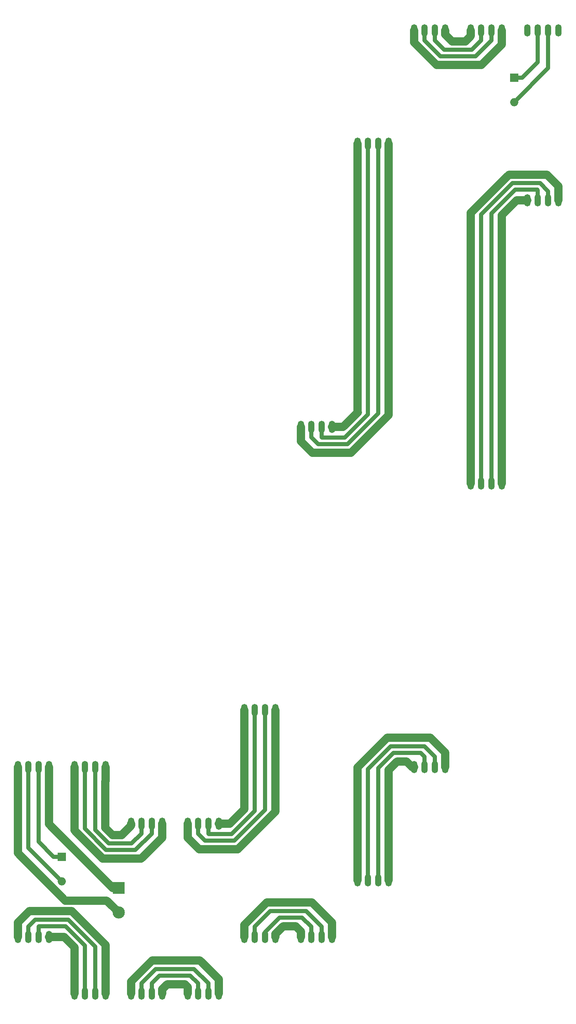
<source format=gbr>
G04 #@! TF.FileFunction,Copper,L2,Bot,Signal*
%FSLAX46Y46*%
G04 Gerber Fmt 4.6, Leading zero omitted, Abs format (unit mm)*
G04 Created by KiCad (PCBNEW 4.0.6) date Mon Jul 10 19:19:49 2017*
%MOMM*%
%LPD*%
G01*
G04 APERTURE LIST*
%ADD10C,0.100000*%
%ADD11O,1.524000X3.000000*%
%ADD12R,2.000000X2.000000*%
%ADD13O,2.000000X2.000000*%
%ADD14R,3.000000X3.000000*%
%ADD15O,3.000000X3.000000*%
%ADD16C,2.000000*%
%ADD17C,1.000000*%
G04 APERTURE END LIST*
D10*
D11*
X42840700Y-205313100D03*
X40300700Y-205313100D03*
X37760700Y-205313100D03*
X35220700Y-205313100D03*
X42840700Y-246979700D03*
X40300700Y-246979700D03*
X37760700Y-246979700D03*
X35220700Y-246979700D03*
X49109600Y-260868700D03*
X51649600Y-260868700D03*
X54189600Y-260868700D03*
X56729600Y-260868700D03*
X49109600Y-205313100D03*
X51649600Y-205313100D03*
X54189600Y-205313100D03*
X56729600Y-205313100D03*
X70618400Y-219202000D03*
X68078400Y-219202000D03*
X65538400Y-219202000D03*
X62998400Y-219202000D03*
X70618400Y-260868600D03*
X68078400Y-260868600D03*
X65538400Y-260868600D03*
X62998400Y-260868600D03*
X76887300Y-260868600D03*
X79427300Y-260868600D03*
X81967300Y-260868600D03*
X84507300Y-260868600D03*
X76887300Y-219202000D03*
X79427300Y-219202000D03*
X81967300Y-219202000D03*
X84507300Y-219202000D03*
X98396200Y-191424200D03*
X95856200Y-191424200D03*
X93316200Y-191424200D03*
X90776200Y-191424200D03*
X98396200Y-246979800D03*
X95856200Y-246979800D03*
X93316200Y-246979800D03*
X90776200Y-246979800D03*
X104665100Y-246979800D03*
X107205100Y-246979800D03*
X109745100Y-246979800D03*
X112285100Y-246979800D03*
X104665100Y-121979800D03*
X107205100Y-121979800D03*
X109745100Y-121979800D03*
X112285100Y-121979800D03*
X126174000Y-52535300D03*
X123634000Y-52535300D03*
X121094000Y-52535300D03*
X118554000Y-52535300D03*
X126174000Y-233090900D03*
X123634000Y-233090900D03*
X121094000Y-233090900D03*
X118554000Y-233090900D03*
X132442900Y-205313100D03*
X134982900Y-205313100D03*
X137522900Y-205313100D03*
X140062900Y-205313100D03*
X132442900Y-24757500D03*
X134982900Y-24757500D03*
X137522900Y-24757500D03*
X140062900Y-24757500D03*
X153951800Y-24757500D03*
X151411800Y-24757500D03*
X148871800Y-24757500D03*
X146331800Y-24757500D03*
X153951800Y-135868700D03*
X151411800Y-135868700D03*
X148871800Y-135868700D03*
X146331800Y-135868700D03*
X160220700Y-66424200D03*
X162760700Y-66424200D03*
X165300700Y-66424200D03*
X167840700Y-66424200D03*
X160220700Y-24757600D03*
X162760700Y-24757600D03*
X165300700Y-24757600D03*
X167840700Y-24757600D03*
D12*
X156972000Y-36322000D03*
D13*
X156972000Y-42354000D03*
D12*
X45974000Y-227330000D03*
D13*
X45974000Y-233362000D03*
D14*
X59944000Y-234950000D03*
D15*
X59944000Y-240982000D03*
D16*
X35220700Y-205313100D02*
X35220700Y-226456702D01*
X35220700Y-226456702D02*
X46843659Y-238079661D01*
X46843659Y-238079661D02*
X57041661Y-238079661D01*
X57041661Y-238079661D02*
X58444001Y-239482001D01*
X58444001Y-239482001D02*
X59944000Y-240982000D01*
X42840700Y-205313100D02*
X42840700Y-219316698D01*
X42840700Y-219316698D02*
X58474002Y-234950000D01*
X58474002Y-234950000D02*
X59944000Y-234950000D01*
X46573700Y-246979700D02*
X49109600Y-249515600D01*
X49109600Y-249515600D02*
X49109600Y-260868700D01*
X42840700Y-246979700D02*
X46573700Y-246979700D01*
D17*
X51649600Y-260868700D02*
X51649600Y-249085738D01*
X51649600Y-249085738D02*
X46943552Y-244379690D01*
X40400710Y-244379690D02*
X40300700Y-244479700D01*
X46943552Y-244379690D02*
X40400710Y-244379690D01*
X40300700Y-244479700D02*
X40300700Y-246979700D01*
X37760700Y-246979700D02*
X37760700Y-244479700D01*
X37760700Y-244479700D02*
X39460720Y-242779680D01*
X47606297Y-242779680D02*
X54189600Y-249362983D01*
X39460720Y-242779680D02*
X47606297Y-242779680D01*
X54189600Y-249362983D02*
X54189600Y-258368700D01*
X54189600Y-258368700D02*
X54189600Y-260868700D01*
D16*
X56729600Y-260868700D02*
X56729600Y-248933121D01*
X56729600Y-248933121D02*
X48476150Y-240679671D01*
X48476150Y-240679671D02*
X38020729Y-240679671D01*
X38020729Y-240679671D02*
X35220700Y-243479700D01*
X35220700Y-243479700D02*
X35220700Y-246979700D01*
X49109600Y-205313100D02*
X49109600Y-220888079D01*
X49109600Y-220888079D02*
X56017550Y-227796029D01*
X65524371Y-227796029D02*
X70618400Y-222702000D01*
X56017550Y-227796029D02*
X65524371Y-227796029D01*
X70618400Y-222702000D02*
X70618400Y-219202000D01*
D17*
X68078400Y-219202000D02*
X68078400Y-221702000D01*
X68078400Y-221702000D02*
X64084380Y-225696020D01*
X64084380Y-225696020D02*
X56887403Y-225696020D01*
X56887403Y-225696020D02*
X51649600Y-220458217D01*
X51649600Y-220458217D02*
X51649600Y-207813100D01*
X51649600Y-207813100D02*
X51649600Y-205313100D01*
X54189600Y-205313100D02*
X54189600Y-220735462D01*
X54189600Y-220735462D02*
X57550148Y-224096010D01*
X57550148Y-224096010D02*
X63144390Y-224096010D01*
X63144390Y-224096010D02*
X65538400Y-221702000D01*
X65538400Y-221702000D02*
X65538400Y-219202000D01*
D16*
X60706000Y-221996000D02*
X62998400Y-219703600D01*
X62998400Y-219703600D02*
X62998400Y-219202000D01*
X58420000Y-221996000D02*
X60706000Y-221996000D01*
X56642000Y-220218000D02*
X58420000Y-221996000D01*
X56642000Y-208900700D02*
X56642000Y-220218000D01*
X56729600Y-205313100D02*
X56729600Y-208813100D01*
X56729600Y-208813100D02*
X56642000Y-208900700D01*
X70618400Y-260868600D02*
X70618400Y-259835600D01*
X70618400Y-259835600D02*
X71882000Y-258572000D01*
X71882000Y-258572000D02*
X76200000Y-258572000D01*
X76200000Y-258572000D02*
X76887300Y-259259300D01*
X76887300Y-259259300D02*
X76887300Y-260868600D01*
D17*
X68078400Y-260868600D02*
X68078400Y-258368600D01*
X68078400Y-258368600D02*
X69975009Y-256471991D01*
X69975009Y-256471991D02*
X77530691Y-256471991D01*
X77530691Y-256471991D02*
X79427300Y-258368600D01*
X79427300Y-258368600D02*
X79427300Y-260868600D01*
X81967300Y-260868600D02*
X81967300Y-258368600D01*
X69035019Y-254871981D02*
X65538400Y-258368600D01*
X81967300Y-258368600D02*
X78470681Y-254871981D01*
X78470681Y-254871981D02*
X69035019Y-254871981D01*
X65538400Y-258368600D02*
X65538400Y-260868600D01*
D16*
X62998400Y-260868600D02*
X62998400Y-257938738D01*
X84507300Y-257368600D02*
X84507300Y-260868600D01*
X62998400Y-257938738D02*
X68165166Y-252771972D01*
X68165166Y-252771972D02*
X79910672Y-252771972D01*
X79910672Y-252771972D02*
X84507300Y-257368600D01*
X98396200Y-191424200D02*
X98396200Y-216277579D01*
X98396200Y-216277579D02*
X89171750Y-225502029D01*
X89171750Y-225502029D02*
X79687329Y-225502029D01*
X79687329Y-225502029D02*
X76887300Y-222702000D01*
X76887300Y-222702000D02*
X76887300Y-219202000D01*
D17*
X79427300Y-219202000D02*
X79427300Y-221702000D01*
X95856200Y-215847717D02*
X95856200Y-193924200D01*
X79427300Y-221702000D02*
X81127320Y-223402020D01*
X81127320Y-223402020D02*
X88301897Y-223402020D01*
X95856200Y-193924200D02*
X95856200Y-191424200D01*
X88301897Y-223402020D02*
X95856200Y-215847717D01*
X93316200Y-191424200D02*
X93316200Y-216124962D01*
X93316200Y-216124962D02*
X87639152Y-221802010D01*
X87639152Y-221802010D02*
X82067310Y-221802010D01*
X82067310Y-221802010D02*
X81967300Y-221702000D01*
X81967300Y-221702000D02*
X81967300Y-219202000D01*
D16*
X84507300Y-219202000D02*
X87269300Y-219202000D01*
X87269300Y-219202000D02*
X90776200Y-215695100D01*
X90776200Y-215695100D02*
X90776200Y-191424200D01*
X103378000Y-244348000D02*
X104665100Y-245635100D01*
X104665100Y-245635100D02*
X104665100Y-246979800D01*
X100330000Y-244348000D02*
X103378000Y-244348000D01*
X98396200Y-246281800D02*
X100330000Y-244348000D01*
X98396200Y-246979800D02*
X98396200Y-246281800D01*
D17*
X95856200Y-246979800D02*
X95856200Y-245851938D01*
X95856200Y-245851938D02*
X99460147Y-242247991D01*
X99460147Y-242247991D02*
X104973291Y-242247991D01*
X104973291Y-242247991D02*
X107205100Y-244479800D01*
X107205100Y-244479800D02*
X107205100Y-246979800D01*
X109745100Y-246979800D02*
X109745100Y-244479800D01*
X93316200Y-244479800D02*
X93316200Y-246979800D01*
X109745100Y-244479800D02*
X105913281Y-240647981D01*
X105913281Y-240647981D02*
X97148019Y-240647981D01*
X97148019Y-240647981D02*
X93316200Y-244479800D01*
D16*
X90776200Y-246979800D02*
X90776200Y-244049938D01*
X90776200Y-244049938D02*
X96278166Y-238547972D01*
X96278166Y-238547972D02*
X107353272Y-238547972D01*
X107353272Y-238547972D02*
X112285100Y-243479800D01*
X112285100Y-243479800D02*
X112285100Y-246979800D01*
X126174000Y-52535300D02*
X126174000Y-119055379D01*
X126174000Y-119055379D02*
X116949550Y-128279829D01*
X116949550Y-128279829D02*
X107465129Y-128279829D01*
X107465129Y-128279829D02*
X104665100Y-125479800D01*
X104665100Y-125479800D02*
X104665100Y-121979800D01*
D17*
X107205100Y-121979800D02*
X107205100Y-124479800D01*
X107205100Y-124479800D02*
X108905120Y-126179820D01*
X108905120Y-126179820D02*
X116079697Y-126179820D01*
X116079697Y-126179820D02*
X123634000Y-118625517D01*
X123634000Y-118625517D02*
X123634000Y-55035300D01*
X123634000Y-55035300D02*
X123634000Y-52535300D01*
X121094000Y-52535300D02*
X121094000Y-118902762D01*
X121094000Y-118902762D02*
X115416952Y-124579810D01*
X115416952Y-124579810D02*
X109845110Y-124579810D01*
X109845110Y-124579810D02*
X109745100Y-124479800D01*
X109745100Y-124479800D02*
X109745100Y-121979800D01*
D16*
X118618000Y-118408900D02*
X118554000Y-118344900D01*
X118554000Y-118344900D02*
X118554000Y-52535300D01*
X112285100Y-121979800D02*
X115047100Y-121979800D01*
X115047100Y-121979800D02*
X118618000Y-118408900D01*
X130556000Y-203962000D02*
X131907100Y-205313100D01*
X131907100Y-205313100D02*
X132442900Y-205313100D01*
X128270000Y-203962000D02*
X130556000Y-203962000D01*
X126174000Y-206058000D02*
X128270000Y-203962000D01*
X126174000Y-233090900D02*
X126174000Y-206058000D01*
D17*
X134982900Y-205313100D02*
X134982900Y-202813100D01*
X134982900Y-202813100D02*
X134031790Y-201861990D01*
X134031790Y-201861990D02*
X127400147Y-201861991D01*
X127400147Y-201861991D02*
X123634000Y-205628138D01*
X123634000Y-205628138D02*
X123634000Y-230590900D01*
X123634000Y-230590900D02*
X123634000Y-233090900D01*
X121094000Y-233090900D02*
X121094000Y-205905384D01*
X121094000Y-205905384D02*
X126737403Y-200261982D01*
X126737403Y-200261982D02*
X134971782Y-200261982D01*
X137522900Y-202813100D02*
X137522900Y-205313100D01*
X134971782Y-200261982D02*
X137522900Y-202813100D01*
D16*
X140062900Y-205313100D02*
X140062900Y-201813100D01*
X140062900Y-201813100D02*
X136411772Y-198161972D01*
X118554000Y-205475523D02*
X118554000Y-229590900D01*
X118554000Y-229590900D02*
X118554000Y-233090900D01*
X136411772Y-198161972D02*
X125867550Y-198161973D01*
X125867550Y-198161973D02*
X118554000Y-205475523D01*
X132442900Y-24757500D02*
X132442900Y-27687362D01*
X132442900Y-27687362D02*
X137987567Y-33232029D01*
X137987567Y-33232029D02*
X148977271Y-33232029D01*
X148977271Y-33232029D02*
X153951800Y-28257500D01*
X153951800Y-28257500D02*
X153951800Y-24757500D01*
D17*
X151411800Y-24757500D02*
X151411800Y-27257500D01*
X151411800Y-27257500D02*
X147537280Y-31132020D01*
X147537280Y-31132020D02*
X138857420Y-31132020D01*
X134982900Y-27257500D02*
X134982900Y-24757500D01*
X138857420Y-31132020D02*
X134982900Y-27257500D01*
X148871800Y-24757500D02*
X148871800Y-27257500D01*
X148871800Y-27257500D02*
X146597290Y-29532010D01*
X146597290Y-29532010D02*
X139797410Y-29532010D01*
X139797410Y-29532010D02*
X137522900Y-27257500D01*
X137522900Y-27257500D02*
X137522900Y-24757500D01*
D16*
X145034000Y-27432000D02*
X146331800Y-26134200D01*
X146331800Y-26134200D02*
X146331800Y-24757500D01*
X141732000Y-27432000D02*
X145034000Y-27432000D01*
X140062900Y-25762900D02*
X141732000Y-27432000D01*
X140062900Y-24757500D02*
X140062900Y-25762900D01*
X157603800Y-66424200D02*
X153951800Y-70076200D01*
X153951800Y-70076200D02*
X153951800Y-135868700D01*
X160220700Y-66424200D02*
X157603800Y-66424200D01*
D17*
X151411800Y-135868700D02*
X151411800Y-69646338D01*
X151411800Y-69646338D02*
X157233948Y-63824190D01*
X157233948Y-63824190D02*
X162660690Y-63824190D01*
X162660690Y-63824190D02*
X162760700Y-63924200D01*
X162760700Y-63924200D02*
X162760700Y-66424200D01*
X165300700Y-66424200D02*
X165300700Y-64201445D01*
X165300700Y-64201445D02*
X163323435Y-62224180D01*
X163323435Y-62224180D02*
X156571203Y-62224180D01*
X148871800Y-69923583D02*
X148871800Y-133368700D01*
X148871800Y-133368700D02*
X148871800Y-135868700D01*
X156571203Y-62224180D02*
X148871800Y-69923583D01*
D16*
X146331800Y-135868700D02*
X146331800Y-69493721D01*
X146331800Y-69493721D02*
X155701350Y-60124171D01*
X155701350Y-60124171D02*
X165040671Y-60124171D01*
X165040671Y-60124171D02*
X167840700Y-62924200D01*
X167840700Y-62924200D02*
X167840700Y-66424200D01*
D17*
X45974000Y-227330000D02*
X43974000Y-227330000D01*
X43974000Y-227330000D02*
X40300700Y-223656700D01*
X40300700Y-223656700D02*
X40300700Y-207813100D01*
X40300700Y-207813100D02*
X40300700Y-205313100D01*
X37760700Y-205313100D02*
X37760700Y-225148700D01*
X37760700Y-225148700D02*
X45974000Y-233362000D01*
X162760700Y-24757600D02*
X162760700Y-32533300D01*
X162760700Y-32533300D02*
X158972000Y-36322000D01*
X158972000Y-36322000D02*
X156972000Y-36322000D01*
X165300700Y-24757600D02*
X165300700Y-34025300D01*
X165300700Y-34025300D02*
X156972000Y-42354000D01*
M02*

</source>
